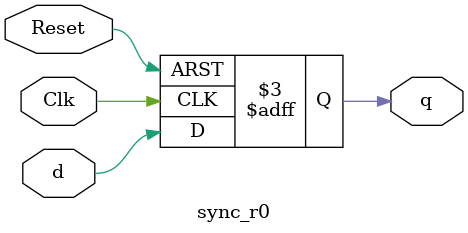
<source format=sv>
module sync_r0 (
	input  logic Clk, Reset, d, 
	output logic q
);

initial
begin	
	q <= 1'b0;
end

always_ff @ (posedge Clk or posedge Reset)
begin
	if (Reset)
		q <= 1'b0;
	else
		q <= d;
end

endmodule
</source>
